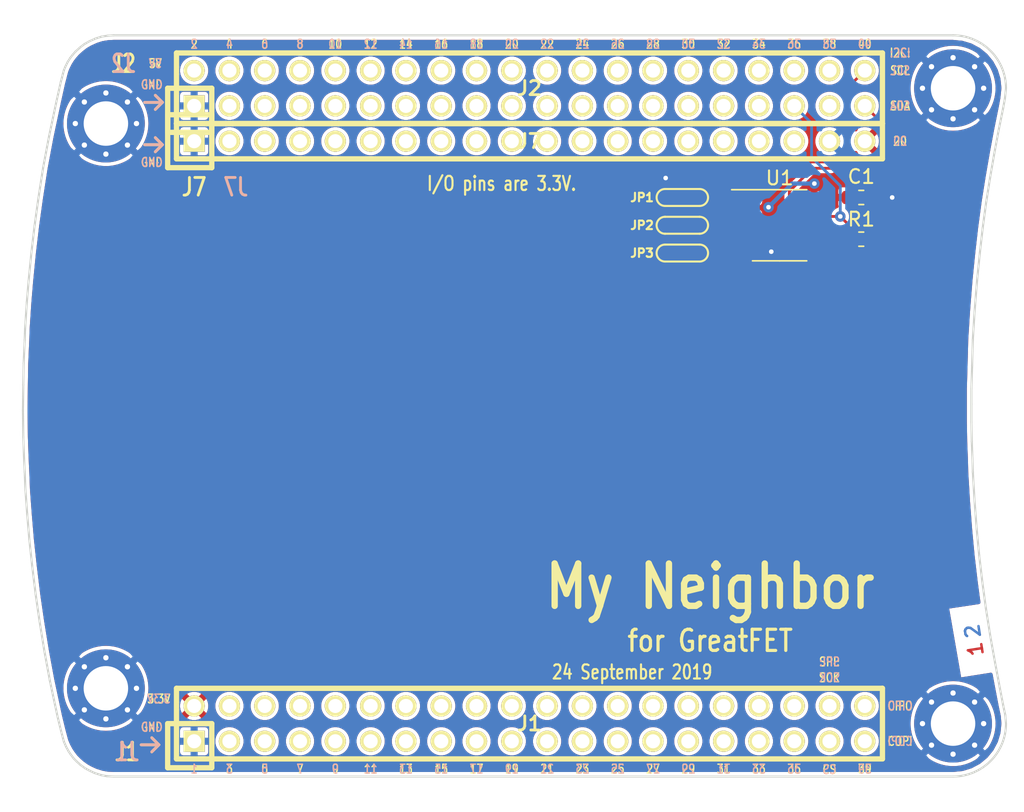
<source format=kicad_pcb>
(kicad_pcb (version 20171130) (host pcbnew 5.1.4)
  (layers (0 F.Cu signal) (31 B.Cu signal) (34 B.Paste user) (35 F.Paste user) (36 B.SilkS user) (37 F.SilkS user) (38 B.Mask user) (39 F.Mask user) (44 Edge.Cuts user))
  (net 0 "")
  (net 1 GND)
  (net 2 VCC)
  (net 3 /P4_9)
  (net 4 /P0_0)
  (net 5 /P4_10)
  (net 6 /P0_1)
  (net 7 /P1_0)
  (net 8 /P5_0)
  (net 9 /P5_1)
  (net 10 /P1_1)
  (net 11 /CLK0)
  (net 12 /P1_2)
  (net 13 /P1_5)
  (net 14 /P5_2)
  (net 15 /P1_7)
  (net 16 /P1_6)
  (net 17 /P1_9)
  (net 18 /P1_8)
  (net 19 /P5_3)
  (net 20 /P1_10)
  (net 21 /P1_12)
  (net 22 /P1_11)
  (net 23 /P5_5)
  (net 24 /P5_4)
  (net 25 /P1_14)
  (net 26 /P1_13)
  (net 27 /P5_6)
  (net 28 /P1_15)
  (net 29 /P5_7)
  (net 30 /P1_16)
  (net 31 /P1_18)
  (net 32 /P1_17)
  (net 33 /P9_5)
  (net 34 /P9_6)
  (net 35 /P2_0)
  (net 36 /P6_0)
  (net 37 /P1_20)
  (net 38 /P1_19)
  (net 39 /P1_4)
  (net 40 /P1_3)
  (net 41 /P4_8)
  (net 42 /P4_0)
  (net 43 /ADC0_0)
  (net 44 /P4_5)
  (net 45 /P4_4)
  (net 46 /P4_2)
  (net 47 /P4_3)
  (net 48 /P4_6)
  (net 49 /P4_7)
  (net 50 /CLK2)
  (net 51 /P2_8)
  (net 52 /P2_7)
  (net 53 /P2_6)
  (net 54 /P7_7)
  (net 55 /WAKEUP0)
  (net 56 /P2_5)
  (net 57 /P2_4)
  (net 58 /P2_3)
  (net 59 /PF_4)
  (net 60 /P3_2)
  (net 61 /P7_2)
  (net 62 /P3_1)
  (net 63 /P7_1)
  (net 64 /P3_0)
  (net 65 /P7_0)
  (net 66 /P3_4)
  (net 67 /P6_8)
  (net 68 /P3_7)
  (net 69 /P6_7)
  (net 70 /P3_3)
  (net 71 /P2_2)
  (net 72 /P6_6)
  (net 73 /P2_1)
  (net 74 /P6_3)
  (net 75 /P3_5)
  (net 76 /P3_6)
  (net 77 /I2C0_SDA)
  (net 78 /I2C0_SCL)
  (net 79 /P6_4)
  (net 80 /P6_5)
  (net 81 /ADC0_5)
  (net 82 /ADC0_2)
  (net 83 /P2_9)
  (net 84 /P2_12)
  (net 85 /P2_13)
  (net 86 /RTC_ALARM)
  (net 87 /RESET)
  (net 88 /VBAT)
  (net 89 /P2_11)
  (net 90 /P2_10)
  (net 91 /P6_10)
  (net 92 /P6_9)
  (net 93 /P6_2)
  (net 94 /P6_1)
  (net 95 /E0)
  (net 96 /E1)
  (net 97 /E2)
  (net 98 /RTCX1)
  (net 99 +5V)
  (module neighbor:0603-JUMPER-3-BRIDGED12 (layer F.Cu) (at 157.05 82.25)
    (fp_text reference JP2 (at -2.9 0) (layer F.SilkS) (effects (font (size 0.6096 0.6096) (thickness 0.1524))))
    (fp_text value Jumper_3_Bridged12 hide)
    (pad "" smd rect (at -0.5 0) (size 0.762 0.2032) (layers F.Cu F.Mask))
    (pad 2 smd rect (at 0 0) (size 0.762 0.8636) (layers F.Cu F.Mask) (net 96 /E1))
    (pad 3 smd oval (at 1.1271 0) (size 1.0922 0.8636) (layers F.Cu F.Mask) (net 2 VCC))
    (pad 1 smd rect (at -0.835 0) (size 0.508 0.8636) (layers F.Cu F.Mask) (net 1 GND))
    (pad 3 smd rect (at 0.835 0) (size 0.508 0.8636) (layers F.Cu F.Mask) (net 2 VCC))
    (pad 1 smd oval (at -1.1271 0) (size 1.0922 0.8636) (layers F.Cu F.Mask) (net 1 GND))
  )
  (module Capacitor_SMD:C_0603_1608Metric_Pad1.05x0.95mm_HandSolder (layer F.Cu) (at 169.925 80.25 180)
    (fp_text reference C1 (at 0 1.5) (layer F.SilkS))
    (fp_text value 100nF)
    (pad 2 smd roundrect (at 0.875 0 180) (size 1.05 0.95) (layers F.Cu F.Paste F.Mask) (net 2 VCC))
    (pad 1 smd roundrect (at -0.875 0 180) (size 1.05 0.95) (layers F.Cu F.Paste F.Mask) (net 1 GND))
  )
  (module Resistor_SMD:R_0603_1608Metric_Pad1.05x0.95mm_HandSolder (layer F.Cu) (at 169.925 83.25)
    (fp_text reference R1 (at 0 -1.43) (layer F.SilkS))
    (fp_text value 10k)
    (pad 2 smd roundrect (at 0.875 0) (size 1.05 0.95) (layers F.Cu F.Paste F.Mask) (net 2 VCC))
    (pad 1 smd roundrect (at -0.875 0) (size 1.05 0.95) (layers F.Cu F.Paste F.Mask) (net 73 /P2_1))
  )
  (module neighbor:0603-JUMPER-3-BRIDGED12 (layer F.Cu) (at 157.05 84.25)
    (fp_text reference JP3 (at -2.9 0) (layer F.SilkS) (effects (font (size 0.6096 0.6096) (thickness 0.1524))))
    (fp_text value Jumper_3_Bridged12 hide)
    (pad "" smd rect (at -0.5 0) (size 0.762 0.2032) (layers F.Cu F.Mask))
    (pad 2 smd rect (at 0 0) (size 0.762 0.8636) (layers F.Cu F.Mask) (net 97 /E2))
    (pad 3 smd oval (at 1.1271 0) (size 1.0922 0.8636) (layers F.Cu F.Mask) (net 2 VCC))
    (pad 1 smd rect (at -0.835 0) (size 0.508 0.8636) (layers F.Cu F.Mask) (net 1 GND))
    (pad 3 smd rect (at 0.835 0) (size 0.508 0.8636) (layers F.Cu F.Mask) (net 2 VCC))
    (pad 1 smd oval (at -1.1271 0) (size 1.0922 0.8636) (layers F.Cu F.Mask) (net 1 GND))
  )
  (module neighbor:0603-JUMPER-3-BRIDGED12 (layer F.Cu) (at 157.05 80.25)
    (fp_text reference JP1 (at -2.9 0) (layer F.SilkS) (effects (font (size 0.6096 0.6096) (thickness 0.1524))))
    (fp_text value Jumper_3_Bridged12 hide)
    (pad "" smd rect (at -0.5 0) (size 0.762 0.2032) (layers F.Cu F.Mask))
    (pad 2 smd rect (at 0 0) (size 0.762 0.8636) (layers F.Cu F.Mask) (net 95 /E0))
    (pad 3 smd oval (at 1.1271 0) (size 1.0922 0.8636) (layers F.Cu F.Mask) (net 2 VCC))
    (pad 1 smd rect (at -0.835 0) (size 0.508 0.8636) (layers F.Cu F.Mask) (net 1 GND))
    (pad 3 smd rect (at 0.835 0) (size 0.508 0.8636) (layers F.Cu F.Mask) (net 2 VCC))
    (pad 1 smd oval (at -1.1271 0) (size 1.0922 0.8636) (layers F.Cu F.Mask) (net 1 GND))
  )
  (module Package_SO:SOIC-8_3.9x4.9mm_P1.27mm (layer F.Cu) (at 164.05 82.25)
    (fp_text reference U1 (at 0 -3.4) (layer F.SilkS))
    (fp_text value M24C02-FMN6TP)
    (pad 8 smd roundrect (at 2.475 -1.905) (size 1.95 0.6) (layers F.Cu F.Paste F.Mask) (net 2 VCC))
    (pad 7 smd roundrect (at 2.475 -0.635) (size 1.95 0.6) (layers F.Cu F.Paste F.Mask) (net 73 /P2_1))
    (pad 6 smd roundrect (at 2.475 0.635) (size 1.95 0.6) (layers F.Cu F.Paste F.Mask) (net 78 /I2C0_SCL))
    (pad 5 smd roundrect (at 2.475 1.905) (size 1.95 0.6) (layers F.Cu F.Paste F.Mask) (net 77 /I2C0_SDA))
    (pad 4 smd roundrect (at -2.475 1.905) (size 1.95 0.6) (layers F.Cu F.Paste F.Mask) (net 1 GND))
    (pad 3 smd roundrect (at -2.475 0.635) (size 1.95 0.6) (layers F.Cu F.Paste F.Mask) (net 97 /E2))
    (pad 2 smd roundrect (at -2.475 -0.635) (size 1.95 0.6) (layers F.Cu F.Paste F.Mask) (net 96 /E1))
    (pad 1 smd roundrect (at -2.475 -1.905) (size 1.95 0.6) (layers F.Cu F.Paste F.Mask) (net 95 /E0))
  )
  (module neighbor:HEADER-1x20 (layer F.Cu) (at 146.05 76.2)
    (fp_text reference J7 (at 0 0) (layer F.SilkS) (effects (font (size 1.016 1.016) (thickness 0.2032))))
    (fp_text value BONUS_ROW hide)
    (pad 1 thru_hole rect (at -24.13 0) (size 1.524 1.524) (drill 1.016) (layers *.Cu *.Mask F.SilkS) (net 1 GND))
    (pad 2 thru_hole circle (at -21.59 0) (size 1.524 1.524) (drill 1.016) (layers *.Cu *.Mask F.SilkS) (net 79 /P6_4))
    (pad 3 thru_hole circle (at -19.05 0) (size 1.524 1.524) (drill 1.016) (layers *.Cu *.Mask F.SilkS) (net 80 /P6_5))
    (pad 4 thru_hole circle (at -16.51 0) (size 1.524 1.524) (drill 1.016) (layers *.Cu *.Mask F.SilkS) (net 81 /ADC0_5))
    (pad 5 thru_hole circle (at -13.97 0) (size 1.524 1.524) (drill 1.016) (layers *.Cu *.Mask F.SilkS) (net 82 /ADC0_2))
    (pad 6 thru_hole circle (at -11.43 0) (size 1.524 1.524) (drill 1.016) (layers *.Cu *.Mask F.SilkS) (net 83 /P2_9))
    (pad 7 thru_hole circle (at -8.89 0) (size 1.524 1.524) (drill 1.016) (layers *.Cu *.Mask F.SilkS) (net 84 /P2_12))
    (pad 8 thru_hole circle (at -6.35 0) (size 1.524 1.524) (drill 1.016) (layers *.Cu *.Mask F.SilkS) (net 85 /P2_13))
    (pad 9 thru_hole circle (at -3.81 0) (size 1.524 1.524) (drill 1.016) (layers *.Cu *.Mask F.SilkS) (net 86 /RTC_ALARM))
    (pad 10 thru_hole circle (at -1.27 0) (size 1.524 1.524) (drill 1.016) (layers *.Cu *.Mask F.SilkS) (net 98 /RTCX1))
    (pad 11 thru_hole circle (at 1.27 0) (size 1.524 1.524) (drill 1.016) (layers *.Cu *.Mask F.SilkS) (net 87 /RESET))
    (pad 12 thru_hole circle (at 3.81 0) (size 1.524 1.524) (drill 1.016) (layers *.Cu *.Mask F.SilkS) (net 88 /VBAT))
    (pad 13 thru_hole circle (at 6.35 0) (size 1.524 1.524) (drill 1.016) (layers *.Cu *.Mask F.SilkS) (net 89 /P2_11))
    (pad 14 thru_hole circle (at 8.89 0) (size 1.524 1.524) (drill 1.016) (layers *.Cu *.Mask F.SilkS) (net 90 /P2_10))
    (pad 15 thru_hole circle (at 11.43 0) (size 1.524 1.524) (drill 1.016) (layers *.Cu *.Mask F.SilkS) (net 91 /P6_10))
    (pad 16 thru_hole circle (at 13.97 0) (size 1.524 1.524) (drill 1.016) (layers *.Cu *.Mask F.SilkS) (net 92 /P6_9))
    (pad 17 thru_hole circle (at 16.51 0) (size 1.524 1.524) (drill 1.016) (layers *.Cu *.Mask F.SilkS) (net 93 /P6_2))
    (pad 18 thru_hole circle (at 19.05 0) (size 1.524 1.524) (drill 1.016) (layers *.Cu *.Mask F.SilkS) (net 94 /P6_1))
    (pad 19 thru_hole circle (at 21.59 0) (size 1.524 1.524) (drill 1.016) (layers *.Cu *.Mask F.SilkS) (net 1 GND))
    (pad 20 thru_hole circle (at 24.13 0) (size 1.524 1.524) (drill 1.016) (layers *.Cu *.Mask F.SilkS) (net 2 VCC))
  )
  (module neighbor:HEADER-2x20 (layer F.Cu) (at 146.05 118.11)
    (fp_text reference J1 (at 0 0) (layer F.SilkS) (effects (font (size 1.016 1.016) (thickness 0.2032))))
    (fp_text value NEIGHBOR1 hide)
    (pad 1 thru_hole rect (at -24.13 1.27) (size 1.524 1.524) (drill 1.016) (layers *.Cu *.Mask F.SilkS) (net 1 GND))
    (pad 2 thru_hole circle (at -24.13 -1.27) (size 1.524 1.524) (drill 1.016) (layers *.Cu *.Mask F.SilkS) (net 2 VCC))
    (pad 3 thru_hole circle (at -21.59 1.27) (size 1.524 1.524) (drill 1.016) (layers *.Cu *.Mask F.SilkS) (net 3 /P4_9))
    (pad 4 thru_hole circle (at -21.59 -1.27) (size 1.524 1.524) (drill 1.016) (layers *.Cu *.Mask F.SilkS) (net 4 /P0_0))
    (pad 5 thru_hole circle (at -19.05 1.27) (size 1.524 1.524) (drill 1.016) (layers *.Cu *.Mask F.SilkS) (net 5 /P4_10))
    (pad 6 thru_hole circle (at -19.05 -1.27) (size 1.524 1.524) (drill 1.016) (layers *.Cu *.Mask F.SilkS) (net 6 /P0_1))
    (pad 7 thru_hole circle (at -16.51 1.27) (size 1.524 1.524) (drill 1.016) (layers *.Cu *.Mask F.SilkS) (net 7 /P1_0))
    (pad 8 thru_hole circle (at -16.51 -1.27) (size 1.524 1.524) (drill 1.016) (layers *.Cu *.Mask F.SilkS) (net 8 /P5_0))
    (pad 9 thru_hole circle (at -13.97 1.27) (size 1.524 1.524) (drill 1.016) (layers *.Cu *.Mask F.SilkS) (net 9 /P5_1))
    (pad 10 thru_hole circle (at -13.97 -1.27) (size 1.524 1.524) (drill 1.016) (layers *.Cu *.Mask F.SilkS) (net 10 /P1_1))
    (pad 11 thru_hole circle (at -11.43 1.27) (size 1.524 1.524) (drill 1.016) (layers *.Cu *.Mask F.SilkS) (net 11 /CLK0))
    (pad 12 thru_hole circle (at -11.43 -1.27) (size 1.524 1.524) (drill 1.016) (layers *.Cu *.Mask F.SilkS) (net 12 /P1_2))
    (pad 13 thru_hole circle (at -8.89 1.27) (size 1.524 1.524) (drill 1.016) (layers *.Cu *.Mask F.SilkS) (net 13 /P1_5))
    (pad 14 thru_hole circle (at -8.89 -1.27) (size 1.524 1.524) (drill 1.016) (layers *.Cu *.Mask F.SilkS) (net 14 /P5_2))
    (pad 15 thru_hole circle (at -6.35 1.27) (size 1.524 1.524) (drill 1.016) (layers *.Cu *.Mask F.SilkS) (net 15 /P1_7))
    (pad 16 thru_hole circle (at -6.35 -1.27) (size 1.524 1.524) (drill 1.016) (layers *.Cu *.Mask F.SilkS) (net 16 /P1_6))
    (pad 17 thru_hole circle (at -3.81 1.27) (size 1.524 1.524) (drill 1.016) (layers *.Cu *.Mask F.SilkS) (net 17 /P1_9))
    (pad 18 thru_hole circle (at -3.81 -1.27) (size 1.524 1.524) (drill 1.016) (layers *.Cu *.Mask F.SilkS) (net 18 /P1_8))
    (pad 19 thru_hole circle (at -1.27 1.27) (size 1.524 1.524) (drill 1.016) (layers *.Cu *.Mask F.SilkS) (net 19 /P5_3))
    (pad 20 thru_hole circle (at -1.27 -1.27) (size 1.524 1.524) (drill 1.016) (layers *.Cu *.Mask F.SilkS) (net 20 /P1_10))
    (pad 21 thru_hole circle (at 1.27 1.27) (size 1.524 1.524) (drill 1.016) (layers *.Cu *.Mask F.SilkS) (net 21 /P1_12))
    (pad 22 thru_hole circle (at 1.27 -1.27) (size 1.524 1.524) (drill 1.016) (layers *.Cu *.Mask F.SilkS) (net 22 /P1_11))
    (pad 23 thru_hole circle (at 3.81 1.27) (size 1.524 1.524) (drill 1.016) (layers *.Cu *.Mask F.SilkS) (net 23 /P5_5))
    (pad 24 thru_hole circle (at 3.81 -1.27) (size 1.524 1.524) (drill 1.016) (layers *.Cu *.Mask F.SilkS) (net 24 /P5_4))
    (pad 25 thru_hole circle (at 6.35 1.27) (size 1.524 1.524) (drill 1.016) (layers *.Cu *.Mask F.SilkS) (net 25 /P1_14))
    (pad 26 thru_hole circle (at 6.35 -1.27) (size 1.524 1.524) (drill 1.016) (layers *.Cu *.Mask F.SilkS) (net 26 /P1_13))
    (pad 27 thru_hole circle (at 8.89 1.27) (size 1.524 1.524) (drill 1.016) (layers *.Cu *.Mask F.SilkS) (net 27 /P5_6))
    (pad 28 thru_hole circle (at 8.89 -1.27) (size 1.524 1.524) (drill 1.016) (layers *.Cu *.Mask F.SilkS) (net 28 /P1_15))
    (pad 29 thru_hole circle (at 11.43 1.27) (size 1.524 1.524) (drill 1.016) (layers *.Cu *.Mask F.SilkS) (net 29 /P5_7))
    (pad 30 thru_hole circle (at 11.43 -1.27) (size 1.524 1.524) (drill 1.016) (layers *.Cu *.Mask F.SilkS) (net 30 /P1_16))
    (pad 31 thru_hole circle (at 13.97 1.27) (size 1.524 1.524) (drill 1.016) (layers *.Cu *.Mask F.SilkS) (net 31 /P1_18))
    (pad 32 thru_hole circle (at 13.97 -1.27) (size 1.524 1.524) (drill 1.016) (layers *.Cu *.Mask F.SilkS) (net 32 /P1_17))
    (pad 33 thru_hole circle (at 16.51 1.27) (size 1.524 1.524) (drill 1.016) (layers *.Cu *.Mask F.SilkS) (net 33 /P9_5))
    (pad 34 thru_hole circle (at 16.51 -1.27) (size 1.524 1.524) (drill 1.016) (layers *.Cu *.Mask F.SilkS) (net 34 /P9_6))
    (pad 35 thru_hole circle (at 19.05 1.27) (size 1.524 1.524) (drill 1.016) (layers *.Cu *.Mask F.SilkS) (net 35 /P2_0))
    (pad 36 thru_hole circle (at 19.05 -1.27) (size 1.524 1.524) (drill 1.016) (layers *.Cu *.Mask F.SilkS) (net 36 /P6_0))
    (pad 37 thru_hole circle (at 21.59 1.27) (size 1.524 1.524) (drill 1.016) (layers *.Cu *.Mask F.SilkS) (net 37 /P1_20))
    (pad 38 thru_hole circle (at 21.59 -1.27) (size 1.524 1.524) (drill 1.016) (layers *.Cu *.Mask F.SilkS) (net 38 /P1_19))
    (pad 39 thru_hole circle (at 24.13 1.27) (size 1.524 1.524) (drill 1.016) (layers *.Cu *.Mask F.SilkS) (net 39 /P1_4))
    (pad 40 thru_hole circle (at 24.13 -1.27) (size 1.524 1.524) (drill 1.016) (layers *.Cu *.Mask F.SilkS) (net 40 /P1_3))
  )
  (module neighbor:HEADER-2x20 (layer F.Cu) (at 146.05 72.39)
    (fp_text reference J2 (at 0 0) (layer F.SilkS) (effects (font (size 1.016 1.016) (thickness 0.2032))))
    (fp_text value NEIGHBOR2 hide)
    (pad 1 thru_hole rect (at -24.13 1.27) (size 1.524 1.524) (drill 1.016) (layers *.Cu *.Mask F.SilkS) (net 1 GND))
    (pad 2 thru_hole circle (at -24.13 -1.27) (size 1.524 1.524) (drill 1.016) (layers *.Cu *.Mask F.SilkS) (net 99 +5V))
    (pad 3 thru_hole circle (at -21.59 1.27) (size 1.524 1.524) (drill 1.016) (layers *.Cu *.Mask F.SilkS) (net 41 /P4_8))
    (pad 4 thru_hole circle (at -21.59 -1.27) (size 1.524 1.524) (drill 1.016) (layers *.Cu *.Mask F.SilkS) (net 42 /P4_0))
    (pad 5 thru_hole circle (at -19.05 1.27) (size 1.524 1.524) (drill 1.016) (layers *.Cu *.Mask F.SilkS) (net 43 /ADC0_0))
    (pad 6 thru_hole circle (at -19.05 -1.27) (size 1.524 1.524) (drill 1.016) (layers *.Cu *.Mask F.SilkS) (net 44 /P4_5))
    (pad 7 thru_hole circle (at -16.51 1.27) (size 1.524 1.524) (drill 1.016) (layers *.Cu *.Mask F.SilkS) (net 45 /P4_4))
    (pad 8 thru_hole circle (at -16.51 -1.27) (size 1.524 1.524) (drill 1.016) (layers *.Cu *.Mask F.SilkS) (net 46 /P4_2))
    (pad 9 thru_hole circle (at -13.97 1.27) (size 1.524 1.524) (drill 1.016) (layers *.Cu *.Mask F.SilkS) (net 47 /P4_3))
    (pad 10 thru_hole circle (at -13.97 -1.27) (size 1.524 1.524) (drill 1.016) (layers *.Cu *.Mask F.SilkS) (net 48 /P4_6))
    (pad 11 thru_hole circle (at -11.43 1.27) (size 1.524 1.524) (drill 1.016) (layers *.Cu *.Mask F.SilkS) (net 49 /P4_7))
    (pad 12 thru_hole circle (at -11.43 -1.27) (size 1.524 1.524) (drill 1.016) (layers *.Cu *.Mask F.SilkS) (net 50 /CLK2))
    (pad 13 thru_hole circle (at -8.89 1.27) (size 1.524 1.524) (drill 1.016) (layers *.Cu *.Mask F.SilkS) (net 51 /P2_8))
    (pad 14 thru_hole circle (at -8.89 -1.27) (size 1.524 1.524) (drill 1.016) (layers *.Cu *.Mask F.SilkS) (net 52 /P2_7))
    (pad 15 thru_hole circle (at -6.35 1.27) (size 1.524 1.524) (drill 1.016) (layers *.Cu *.Mask F.SilkS) (net 53 /P2_6))
    (pad 16 thru_hole circle (at -6.35 -1.27) (size 1.524 1.524) (drill 1.016) (layers *.Cu *.Mask F.SilkS) (net 54 /P7_7))
    (pad 17 thru_hole circle (at -3.81 1.27) (size 1.524 1.524) (drill 1.016) (layers *.Cu *.Mask F.SilkS) (net 55 /WAKEUP0))
    (pad 18 thru_hole circle (at -3.81 -1.27) (size 1.524 1.524) (drill 1.016) (layers *.Cu *.Mask F.SilkS) (net 56 /P2_5))
    (pad 19 thru_hole circle (at -1.27 1.27) (size 1.524 1.524) (drill 1.016) (layers *.Cu *.Mask F.SilkS) (net 57 /P2_4))
    (pad 20 thru_hole circle (at -1.27 -1.27) (size 1.524 1.524) (drill 1.016) (layers *.Cu *.Mask F.SilkS) (net 58 /P2_3))
    (pad 21 thru_hole circle (at 1.27 1.27) (size 1.524 1.524) (drill 1.016) (layers *.Cu *.Mask F.SilkS) (net 59 /PF_4))
    (pad 22 thru_hole circle (at 1.27 -1.27) (size 1.524 1.524) (drill 1.016) (layers *.Cu *.Mask F.SilkS) (net 60 /P3_2))
    (pad 23 thru_hole circle (at 3.81 1.27) (size 1.524 1.524) (drill 1.016) (layers *.Cu *.Mask F.SilkS) (net 61 /P7_2))
    (pad 24 thru_hole circle (at 3.81 -1.27) (size 1.524 1.524) (drill 1.016) (layers *.Cu *.Mask F.SilkS) (net 62 /P3_1))
    (pad 25 thru_hole circle (at 6.35 1.27) (size 1.524 1.524) (drill 1.016) (layers *.Cu *.Mask F.SilkS) (net 63 /P7_1))
    (pad 26 thru_hole circle (at 6.35 -1.27) (size 1.524 1.524) (drill 1.016) (layers *.Cu *.Mask F.SilkS) (net 64 /P3_0))
    (pad 27 thru_hole circle (at 8.89 1.27) (size 1.524 1.524) (drill 1.016) (layers *.Cu *.Mask F.SilkS) (net 65 /P7_0))
    (pad 28 thru_hole circle (at 8.89 -1.27) (size 1.524 1.524) (drill 1.016) (layers *.Cu *.Mask F.SilkS) (net 66 /P3_4))
    (pad 29 thru_hole circle (at 11.43 1.27) (size 1.524 1.524) (drill 1.016) (layers *.Cu *.Mask F.SilkS) (net 67 /P6_8))
    (pad 30 thru_hole circle (at 11.43 -1.27) (size 1.524 1.524) (drill 1.016) (layers *.Cu *.Mask F.SilkS) (net 68 /P3_7))
    (pad 31 thru_hole circle (at 13.97 1.27) (size 1.524 1.524) (drill 1.016) (layers *.Cu *.Mask F.SilkS) (net 69 /P6_7))
    (pad 32 thru_hole circle (at 13.97 -1.27) (size 1.524 1.524) (drill 1.016) (layers *.Cu *.Mask F.SilkS) (net 70 /P3_3))
    (pad 33 thru_hole circle (at 16.51 1.27) (size 1.524 1.524) (drill 1.016) (layers *.Cu *.Mask F.SilkS) (net 71 /P2_2))
    (pad 34 thru_hole circle (at 16.51 -1.27) (size 1.524 1.524) (drill 1.016) (layers *.Cu *.Mask F.SilkS) (net 72 /P6_6))
    (pad 35 thru_hole circle (at 19.05 1.27) (size 1.524 1.524) (drill 1.016) (layers *.Cu *.Mask F.SilkS) (net 73 /P2_1))
    (pad 36 thru_hole circle (at 19.05 -1.27) (size 1.524 1.524) (drill 1.016) (layers *.Cu *.Mask F.SilkS) (net 74 /P6_3))
    (pad 37 thru_hole circle (at 21.59 1.27) (size 1.524 1.524) (drill 1.016) (layers *.Cu *.Mask F.SilkS) (net 75 /P3_5))
    (pad 38 thru_hole circle (at 21.59 -1.27) (size 1.524 1.524) (drill 1.016) (layers *.Cu *.Mask F.SilkS) (net 76 /P3_6))
    (pad 39 thru_hole circle (at 24.13 1.27) (size 1.524 1.524) (drill 1.016) (layers *.Cu *.Mask F.SilkS) (net 77 /I2C0_SDA))
    (pad 40 thru_hole circle (at 24.13 -1.27) (size 1.524 1.524) (drill 1.016) (layers *.Cu *.Mask F.SilkS) (net 78 /I2C0_SCL))
  )
  (module neighbor:HOLE126MIL-COPPER (layer F.Cu) (at 115.57 74.93)
    (fp_text reference MH1 hide)
    (fp_text value MOUNTING_HOLE hide)
    (pad 1 thru_hole circle (at 0 0) (size 5.6 5.6) (drill 3.2004) (layers *.Cu *.Mask) (net 1 GND))
    (pad 1 thru_hole circle (at 0 -2.2) (size 0.6 0.6) (drill 0.381) (layers *.Cu *.Mask) (net 1 GND))
    (pad 1 thru_hole circle (at -2.2 0) (size 0.6 0.6) (drill 0.381) (layers *.Cu *.Mask) (net 1 GND))
    (pad 1 thru_hole circle (at 0 2.2) (size 0.6 0.6) (drill 0.381) (layers *.Cu *.Mask) (net 1 GND))
    (pad 1 thru_hole circle (at 2.2 0) (size 0.6 0.6) (drill 0.381) (layers *.Cu *.Mask) (net 1 GND))
    (pad 1 thru_hole circle (at 1.55 -1.55) (size 0.6 0.6) (drill 0.381) (layers *.Cu *.Mask) (net 1 GND))
    (pad 1 thru_hole circle (at -1.55 -1.55) (size 0.6 0.6) (drill 0.381) (layers *.Cu *.Mask) (net 1 GND))
    (pad 1 thru_hole circle (at -1.55 1.55) (size 0.6 0.6) (drill 0.381) (layers *.Cu *.Mask) (net 1 GND))
    (pad 1 thru_hole circle (at 1.55 1.55) (size 0.6 0.6) (drill 0.381) (layers *.Cu *.Mask) (net 1 GND))
  )
  (module neighbor:HOLE126MIL-COPPER (layer F.Cu) (at 115.57 115.57)
    (fp_text reference MH2 hide)
    (fp_text value MOUNTING_HOLE hide)
    (pad 1 thru_hole circle (at 0 0) (size 5.6 5.6) (drill 3.2004) (layers *.Cu *.Mask) (net 1 GND))
    (pad 1 thru_hole circle (at 0 -2.2) (size 0.6 0.6) (drill 0.381) (layers *.Cu *.Mask) (net 1 GND))
    (pad 1 thru_hole circle (at -2.2 0) (size 0.6 0.6) (drill 0.381) (layers *.Cu *.Mask) (net 1 GND))
    (pad 1 thru_hole circle (at 0 2.2) (size 0.6 0.6) (drill 0.381) (layers *.Cu *.Mask) (net 1 GND))
    (pad 1 thru_hole circle (at 2.2 0) (size 0.6 0.6) (drill 0.381) (layers *.Cu *.Mask) (net 1 GND))
    (pad 1 thru_hole circle (at 1.55 -1.55) (size 0.6 0.6) (drill 0.381) (layers *.Cu *.Mask) (net 1 GND))
    (pad 1 thru_hole circle (at -1.55 -1.55) (size 0.6 0.6) (drill 0.381) (layers *.Cu *.Mask) (net 1 GND))
    (pad 1 thru_hole circle (at -1.55 1.55) (size 0.6 0.6) (drill 0.381) (layers *.Cu *.Mask) (net 1 GND))
    (pad 1 thru_hole circle (at 1.55 1.55) (size 0.6 0.6) (drill 0.381) (layers *.Cu *.Mask) (net 1 GND))
  )
  (module neighbor:HOLE126MIL-COPPER (layer F.Cu) (at 176.53 118.11)
    (fp_text reference MH3 hide)
    (fp_text value MOUNTING_HOLE hide)
    (pad 1 thru_hole circle (at 0 0) (size 5.6 5.6) (drill 3.2004) (layers *.Cu *.Mask) (net 1 GND))
    (pad 1 thru_hole circle (at 0 -2.2) (size 0.6 0.6) (drill 0.381) (layers *.Cu *.Mask) (net 1 GND))
    (pad 1 thru_hole circle (at -2.2 0) (size 0.6 0.6) (drill 0.381) (layers *.Cu *.Mask) (net 1 GND))
    (pad 1 thru_hole circle (at 0 2.2) (size 0.6 0.6) (drill 0.381) (layers *.Cu *.Mask) (net 1 GND))
    (pad 1 thru_hole circle (at 2.2 0) (size 0.6 0.6) (drill 0.381) (layers *.Cu *.Mask) (net 1 GND))
    (pad 1 thru_hole circle (at 1.55 -1.55) (size 0.6 0.6) (drill 0.381) (layers *.Cu *.Mask) (net 1 GND))
    (pad 1 thru_hole circle (at -1.55 -1.55) (size 0.6 0.6) (drill 0.381) (layers *.Cu *.Mask) (net 1 GND))
    (pad 1 thru_hole circle (at -1.55 1.55) (size 0.6 0.6) (drill 0.381) (layers *.Cu *.Mask) (net 1 GND))
    (pad 1 thru_hole circle (at 1.55 1.55) (size 0.6 0.6) (drill 0.381) (layers *.Cu *.Mask) (net 1 GND))
  )
  (module neighbor:HOLE126MIL-COPPER (layer F.Cu) (at 176.53 72.39)
    (fp_text reference MH4 hide)
    (fp_text value MOUNTING_HOLE hide)
    (pad 1 thru_hole circle (at 0 0) (size 5.6 5.6) (drill 3.2004) (layers *.Cu *.Mask) (net 1 GND))
    (pad 1 thru_hole circle (at 0 -2.2) (size 0.6 0.6) (drill 0.381) (layers *.Cu *.Mask) (net 1 GND))
    (pad 1 thru_hole circle (at -2.2 0) (size 0.6 0.6) (drill 0.381) (layers *.Cu *.Mask) (net 1 GND))
    (pad 1 thru_hole circle (at 0 2.2) (size 0.6 0.6) (drill 0.381) (layers *.Cu *.Mask) (net 1 GND))
    (pad 1 thru_hole circle (at 2.2 0) (size 0.6 0.6) (drill 0.381) (layers *.Cu *.Mask) (net 1 GND))
    (pad 1 thru_hole circle (at 1.55 -1.55) (size 0.6 0.6) (drill 0.381) (layers *.Cu *.Mask) (net 1 GND))
    (pad 1 thru_hole circle (at -1.55 -1.55) (size 0.6 0.6) (drill 0.381) (layers *.Cu *.Mask) (net 1 GND))
    (pad 1 thru_hole circle (at -1.55 1.55) (size 0.6 0.6) (drill 0.381) (layers *.Cu *.Mask) (net 1 GND))
    (pad 1 thru_hole circle (at 1.55 1.55) (size 0.6 0.6) (drill 0.381) (layers *.Cu *.Mask) (net 1 GND))
  )
  (gr_text "for GreatFET" (at 159.05 112.15) (layer F.SilkS) (effects (font (size 1.524 1.27) (thickness 0.2286))))
  (gr_line (start 109.6772 98.933) (end 109.728 99.9998) (angle 90) (layer Edge.Cuts) (width 0.15))
  (gr_line (start 109.6264 97.4852) (end 109.6772 98.933) (angle 90) (layer Edge.Cuts) (width 0.15))
  (gr_line (start 109.601 95.5802) (end 109.6264 97.4852) (angle 90) (layer Edge.Cuts) (width 0.15))
  (gr_line (start 109.6264 93.726) (end 109.601 95.5802) (angle 90) (layer Edge.Cuts) (width 0.15))
  (gr_line (start 109.6518 92.1766) (end 109.6264 93.726) (angle 90) (layer Edge.Cuts) (width 0.15))
  (gr_line (start 109.728 90.5002) (end 109.6518 92.1766) (angle 90) (layer Edge.Cuts) (width 0.15))
  (gr_line (start 177.927 99.0346) (end 177.9524 99.9998) (angle 90) (layer Edge.Cuts) (width 0.15))
  (gr_line (start 177.8762 97.79) (end 177.927 99.0346) (angle 90) (layer Edge.Cuts) (width 0.15))
  (gr_line (start 177.8508 96.393) (end 177.8762 97.79) (angle 90) (layer Edge.Cuts) (width 0.15))
  (gr_line (start 177.8508 95.123) (end 177.8508 96.393) (angle 90) (layer Edge.Cuts) (width 0.15))
  (gr_line (start 177.8508 94.0054) (end 177.8508 95.123) (angle 90) (layer Edge.Cuts) (width 0.15))
  (gr_line (start 177.9016 92.3544) (end 177.8508 94.0054) (angle 90) (layer Edge.Cuts) (width 0.15))
  (gr_line (start 177.9524 90.5002) (end 177.9016 92.3544) (angle 90) (layer Edge.Cuts) (width 0.15))
  (gr_text "24 September 2019" (at 153.4414 114.4016) (layer F.SilkS) (effects (font (size 1.016 0.762) (thickness 0.1524))))
  (gr_text 2 (at 177.95 111.45 98.9) (layer B.Cu) (effects (font (size 1.016 1.016) (thickness 0.1778))))
  (gr_text 1 (at 178.15 112.75 98.9) (layer F.Cu) (effects (font (size 1.016 1.016) (thickness 0.1778))))
  (gr_text 5V (at 119.126 70.612) (layer B.SilkS) (effects (font (size 0.635 0.508) (thickness 0.1016)) (justify mirror)))
  (gr_text GND (at 118.872 72.136) (layer B.SilkS) (effects (font (size 0.635 0.508) (thickness 0.1016)) (justify mirror)))
  (gr_line (start 118.364 73.406) (end 119.634 73.406) (angle 90) (layer B.SilkS) (width 0.2032))
  (gr_line (start 119.634 73.406) (end 119.126 72.898) (angle 90) (layer B.SilkS) (width 0.2032))
  (gr_line (start 119.634 73.406) (end 119.126 73.914) (angle 90) (layer B.SilkS) (width 0.2032))
  (gr_line (start 119.634 76.454) (end 118.364 76.454) (angle 90) (layer B.SilkS) (width 0.2032))
  (gr_line (start 119.634 76.454) (end 119.126 75.946) (angle 90) (layer B.SilkS) (width 0.2032))
  (gr_line (start 119.634 76.454) (end 119.126 76.962) (angle 90) (layer B.SilkS) (width 0.2032))
  (gr_text GND (at 118.872 77.724) (layer B.SilkS) (effects (font (size 0.635 0.508) (thickness 0.1016)) (justify mirror)))
  (gr_text SDA (at 172.72 73.66) (layer B.SilkS) (effects (font (size 0.635 0.508) (thickness 0.1016)) (justify mirror)))
  (gr_text SCL (at 172.72 71.12) (layer B.SilkS) (effects (font (size 0.635 0.508) (thickness 0.1016)) (justify mirror)))
  (gr_text I2C: (at 172.72 69.85) (layer B.SilkS) (effects (font (size 0.635 0.508) (thickness 0.1016)) (justify mirror)))
  (gr_text 20 (at 172.72 76.2) (layer B.SilkS) (effects (font (size 0.635 0.508) (thickness 0.1016)) (justify mirror)))
  (gr_text COPI (at 172.72 119.38) (layer B.SilkS) (effects (font (size 0.635 0.508) (thickness 0.1016)) (justify mirror)))
  (gr_text CIPO (at 172.72 116.84) (layer B.SilkS) (effects (font (size 0.635 0.508) (thickness 0.1016)) (justify mirror)))
  (gr_text SCK (at 167.64 114.808) (layer B.SilkS) (effects (font (size 0.635 0.508) (thickness 0.1016)) (justify mirror)))
  (gr_text SPI: (at 167.64 113.665) (layer B.SilkS) (effects (font (size 0.635 0.508) (thickness 0.1016)) (justify mirror)))
  (gr_text GND (at 118.872 118.364) (layer B.SilkS) (effects (font (size 0.635 0.508) (thickness 0.1016)) (justify mirror)))
  (gr_text 3.3V (at 119.38 116.332) (layer B.SilkS) (effects (font (size 0.635 0.508) (thickness 0.1016)) (justify mirror)))
  (gr_line (start 119.38 119.634) (end 118.11 119.634) (angle 90) (layer B.SilkS) (width 0.2032))
  (gr_line (start 119.38 119.634) (end 118.872 119.126) (angle 90) (layer B.SilkS) (width 0.2032))
  (gr_line (start 119.38 119.634) (end 118.872 120.142) (angle 90) (layer B.SilkS) (width 0.2032))
  (gr_text 1 (at 121.92 121.3739) (layer B.SilkS) (effects (font (size 0.635 0.508) (thickness 0.1016)) (justify mirror)))
  (gr_text J1 (at 117.094 120.142) (layer B.SilkS) (effects (font (size 1.27 1.016) (thickness 0.2032)) (justify mirror)))
  (gr_text J1 (at 117.094 120.142) (layer F.SilkS) (effects (font (size 1.27 1.016) (thickness 0.2032))))
  (gr_text J7 (at 124.92 79.502) (layer B.SilkS) (effects (font (size 1.27 1.016) (thickness 0.2032)) (justify mirror)))
  (gr_text J2 (at 116.84 70.612) (layer B.SilkS) (effects (font (size 1.27 1.016) (thickness 0.2032)) (justify mirror)))
  (gr_text 2 (at 121.92 69.215) (layer B.SilkS) (effects (font (size 0.635 0.508) (thickness 0.1016)) (justify mirror)))
  (gr_text 4 (at 124.46 69.215) (layer B.SilkS) (effects (font (size 0.635 0.508) (thickness 0.1016)) (justify mirror)))
  (gr_text 6 (at 127 69.215) (layer B.SilkS) (effects (font (size 0.635 0.508) (thickness 0.1016)) (justify mirror)))
  (gr_text 8 (at 129.54 69.215) (layer B.SilkS) (effects (font (size 0.635 0.508) (thickness 0.1016)) (justify mirror)))
  (gr_text 10 (at 132.08 69.215) (layer B.SilkS) (effects (font (size 0.635 0.508) (thickness 0.1016)) (justify mirror)))
  (gr_text 12 (at 134.62 69.215) (layer B.SilkS) (effects (font (size 0.635 0.508) (thickness 0.1016)) (justify mirror)))
  (gr_text 14 (at 137.16 69.215) (layer B.SilkS) (effects (font (size 0.635 0.508) (thickness 0.1016)) (justify mirror)))
  (gr_text 16 (at 139.7 69.215) (layer B.SilkS) (effects (font (size 0.635 0.508) (thickness 0.1016)) (justify mirror)))
  (gr_text 18 (at 142.24 69.215) (layer B.SilkS) (effects (font (size 0.635 0.508) (thickness 0.1016)) (justify mirror)))
  (gr_text 20 (at 144.78 69.215) (layer B.SilkS) (effects (font (size 0.635 0.508) (thickness 0.1016)) (justify mirror)))
  (gr_text 22 (at 147.32 69.215) (layer B.SilkS) (effects (font (size 0.635 0.508) (thickness 0.1016)) (justify mirror)))
  (gr_text 24 (at 149.86 69.215) (layer B.SilkS) (effects (font (size 0.635 0.508) (thickness 0.1016)) (justify mirror)))
  (gr_text 26 (at 152.4 69.215) (layer B.SilkS) (effects (font (size 0.635 0.508) (thickness 0.1016)) (justify mirror)))
  (gr_text 28 (at 154.94 69.215) (layer B.SilkS) (effects (font (size 0.635 0.508) (thickness 0.1016)) (justify mirror)))
  (gr_text 30 (at 157.48 69.215) (layer B.SilkS) (effects (font (size 0.635 0.508) (thickness 0.1016)) (justify mirror)))
  (gr_text 32 (at 160.02 69.215) (layer B.SilkS) (effects (font (size 0.635 0.508) (thickness 0.1016)) (justify mirror)))
  (gr_text 34 (at 162.56 69.215) (layer B.SilkS) (effects (font (size 0.635 0.508) (thickness 0.1016)) (justify mirror)))
  (gr_text 36 (at 165.1 69.215) (layer B.SilkS) (effects (font (size 0.635 0.508) (thickness 0.1016)) (justify mirror)))
  (gr_text 38 (at 167.64 69.215) (layer B.SilkS) (effects (font (size 0.635 0.508) (thickness 0.1016)) (justify mirror)))
  (gr_text 40 (at 170.18 69.215) (layer B.SilkS) (effects (font (size 0.635 0.508) (thickness 0.1016)) (justify mirror)))
  (gr_text CS (at 167.64 121.412) (layer B.SilkS) (effects (font (size 0.635 0.508) (thickness 0.1016)) (justify mirror)))
  (gr_text 3 (at 124.46 121.3739) (layer B.SilkS) (effects (font (size 0.635 0.508) (thickness 0.1016)) (justify mirror)))
  (gr_text 5 (at 127 121.3739) (layer B.SilkS) (effects (font (size 0.635 0.508) (thickness 0.1016)) (justify mirror)))
  (gr_text 7 (at 129.54 121.3739) (layer B.SilkS) (effects (font (size 0.635 0.508) (thickness 0.1016)) (justify mirror)))
  (gr_text 9 (at 132.08 121.3739) (layer B.SilkS) (effects (font (size 0.635 0.508) (thickness 0.1016)) (justify mirror)))
  (gr_text 11 (at 134.62 121.3739) (layer B.SilkS) (effects (font (size 0.635 0.508) (thickness 0.1016)) (justify mirror)))
  (gr_text 13 (at 137.16 121.3739) (layer B.SilkS) (effects (font (size 0.635 0.508) (thickness 0.1016)) (justify mirror)))
  (gr_text 15 (at 139.7 121.3739) (layer B.SilkS) (effects (font (size 0.635 0.508) (thickness 0.1016)) (justify mirror)))
  (gr_text 17 (at 142.24 121.3739) (layer B.SilkS) (effects (font (size 0.635 0.508) (thickness 0.1016)) (justify mirror)))
  (gr_text 19 (at 144.78 121.3739) (layer B.SilkS) (effects (font (size 0.635 0.508) (thickness 0.1016)) (justify mirror)))
  (gr_text 21 (at 147.32 121.3739) (layer B.SilkS) (effects (font (size 0.635 0.508) (thickness 0.1016)) (justify mirror)))
  (gr_text 23 (at 149.86 121.3739) (layer B.SilkS) (effects (font (size 0.635 0.508) (thickness 0.1016)) (justify mirror)))
  (gr_text 25 (at 152.4 121.3739) (layer B.SilkS) (effects (font (size 0.635 0.508) (thickness 0.1016)) (justify mirror)))
  (gr_text 27 (at 154.94 121.3739) (layer B.SilkS) (effects (font (size 0.635 0.508) (thickness 0.1016)) (justify mirror)))
  (gr_text 29 (at 157.48 121.3739) (layer B.SilkS) (effects (font (size 0.635 0.508) (thickness 0.1016)) (justify mirror)))
  (gr_text 31 (at 160.02 121.3739) (layer B.SilkS) (effects (font (size 0.635 0.508) (thickness 0.1016)) (justify mirror)))
  (gr_text 33 (at 162.56 121.3739) (layer B.SilkS) (effects (font (size 0.635 0.508) (thickness 0.1016)) (justify mirror)))
  (gr_text 35 (at 165.1 121.3739) (layer B.SilkS) (effects (font (size 0.635 0.508) (thickness 0.1016)) (justify mirror)))
  (gr_text 39 (at 170.18 121.3739) (layer B.SilkS) (effects (font (size 0.635 0.508) (thickness 0.1016)) (justify mirror)))
  (gr_text 20 (at 172.72 76.2) (layer F.SilkS) (effects (font (size 0.635 0.508) (thickness 0.1016))))
  (gr_text 40 (at 170.18 69.215) (layer F.SilkS) (effects (font (size 0.635 0.508) (thickness 0.1016))))
  (gr_text 38 (at 167.64 69.215) (layer F.SilkS) (effects (font (size 0.635 0.508) (thickness 0.1016))))
  (gr_text 36 (at 165.1 69.215) (layer F.SilkS) (effects (font (size 0.635 0.508) (thickness 0.1016))))
  (gr_text 34 (at 162.56 69.215) (layer F.SilkS) (effects (font (size 0.635 0.508) (thickness 0.1016))))
  (gr_text 32 (at 160.02 69.215) (layer F.SilkS) (effects (font (size 0.635 0.508) (thickness 0.1016))))
  (gr_text 30 (at 157.48 69.215) (layer F.SilkS) (effects (font (size 0.635 0.508) (thickness 0.1016))))
  (gr_text 28 (at 154.94 69.215) (layer F.SilkS) (effects (font (size 0.635 0.508) (thickness 0.1016))))
  (gr_text 26 (at 152.4 69.215) (layer F.SilkS) (effects (font (size 0.635 0.508) (thickness 0.1016))))
  (gr_text 24 (at 149.86 69.215) (layer F.SilkS) (effects (font (size 0.635 0.508) (thickness 0.1016))))
  (gr_text 22 (at 147.32 69.215) (layer F.SilkS) (effects (font (size 0.635 0.508) (thickness 0.1016))))
  (gr_text 20 (at 144.78 69.215) (layer F.SilkS) (effects (font (size 0.635 0.508) (thickness 0.1016))))
  (gr_text 18 (at 142.24 69.215) (layer F.SilkS) (effects (font (size 0.635 0.508) (thickness 0.1016))))
  (gr_text 16 (at 139.7 69.215) (layer F.SilkS) (effects (font (size 0.635 0.508) (thickness 0.1016))))
  (gr_text 14 (at 137.16 69.215) (layer F.SilkS) (effects (font (size 0.635 0.508) (thickness 0.1016))))
  (gr_text 12 (at 134.62 69.215) (layer F.SilkS) (effects (font (size 0.635 0.508) (thickness 0.1016))))
  (gr_text 10 (at 132.08 69.215) (layer F.SilkS) (effects (font (size 0.635 0.508) (thickness 0.1016))))
  (gr_text 8 (at 129.54 69.215) (layer F.SilkS) (effects (font (size 0.635 0.508) (thickness 0.1016))))
  (gr_text 6 (at 127 69.215) (layer F.SilkS) (effects (font (size 0.635 0.508) (thickness 0.1016))))
  (gr_text 4 (at 124.46 69.215) (layer F.SilkS) (effects (font (size 0.635 0.508) (thickness 0.1016))))
  (gr_text 2 (at 121.92 69.215) (layer F.SilkS) (effects (font (size 0.635 0.508) (thickness 0.1016))))
  (gr_text 39 (at 170.18 121.3739) (layer F.SilkS) (effects (font (size 0.635 0.508) (thickness 0.1016))))
  (gr_text 35 (at 165.1 121.3739) (layer F.SilkS) (effects (font (size 0.635 0.508) (thickness 0.1016))))
  (gr_text 33 (at 162.56 121.3739) (layer F.SilkS) (effects (font (size 0.635 0.508) (thickness 0.1016))))
  (gr_text 31 (at 160.02 121.3739) (layer F.SilkS) (effects (font (size 0.635 0.508) (thickness 0.1016))))
  (gr_text 29 (at 157.48 121.3739) (layer F.SilkS) (effects (font (size 0.635 0.508) (thickness 0.1016))))
  (gr_text 27 (at 154.94 121.3739) (layer F.SilkS) (effects (font (size 0.635 0.508) (thickness 0.1016))))
  (gr_text 25 (at 152.4 121.3739) (layer F.SilkS) (effects (font (size 0.635 0.508) (thickness 0.1016))))
  (gr_text 23 (at 149.86 121.3739) (layer F.SilkS) (effects (font (size 0.635 0.508) (thickness 0.1016))))
  (gr_text 21 (at 147.32 121.3739) (layer F.SilkS) (effects (font (size 0.635 0.508) (thickness 0.1016))))
  (gr_text 19 (at 144.78 121.3739) (layer F.SilkS) (effects (font (size 0.635 0.508) (thickness 0.1016))))
  (gr_text 17 (at 142.24 121.3739) (layer F.SilkS) (effects (font (size 0.635 0.508) (thickness 0.1016))))
  (gr_text 15 (at 139.7 121.3739) (layer F.SilkS) (effects (font (size 0.635 0.508) (thickness 0.1016))))
  (gr_text 13 (at 137.16 121.3739) (layer F.SilkS) (effects (font (size 0.635 0.508) (thickness 0.1016))))
  (gr_text 11 (at 134.62 121.3739) (layer F.SilkS) (effects (font (size 0.635 0.508) (thickness 0.1016))))
  (gr_text 9 (at 132.08 121.3739) (layer F.SilkS) (effects (font (size 0.635 0.508) (thickness 0.1016))))
  (gr_text 7 (at 129.54 121.3739) (layer F.SilkS) (effects (font (size 0.635 0.508) (thickness 0.1016))))
  (gr_text 5 (at 127 121.3739) (layer F.SilkS) (effects (font (size 0.635 0.508) (thickness 0.1016))))
  (gr_text 3 (at 124.46 121.3739) (layer F.SilkS) (effects (font (size 0.635 0.508) (thickness 0.1016))))
  (gr_text "I/O pins are 3.3V." (at 144.05 79.25) (layer F.SilkS) (effects (font (size 1.016 0.762) (thickness 0.1524))))
  (gr_line (start 119.38 119.634) (end 118.872 120.142) (angle 90) (layer F.SilkS) (width 0.2032))
  (gr_line (start 119.38 119.634) (end 118.872 119.126) (angle 90) (layer F.SilkS) (width 0.2032))
  (gr_line (start 119.38 119.634) (end 118.11 119.634) (angle 90) (layer F.SilkS) (width 0.2032))
  (gr_text GND (at 118.872 77.724) (layer F.SilkS) (effects (font (size 0.635 0.508) (thickness 0.1016))))
  (gr_line (start 119.634 76.454) (end 119.126 76.962) (angle 90) (layer F.SilkS) (width 0.2032))
  (gr_line (start 119.634 76.454) (end 119.126 75.946) (angle 90) (layer F.SilkS) (width 0.2032))
  (gr_line (start 119.634 76.454) (end 118.364 76.454) (angle 90) (layer F.SilkS) (width 0.2032))
  (gr_line (start 119.634 73.406) (end 119.126 73.914) (angle 90) (layer F.SilkS) (width 0.2032))
  (gr_line (start 119.634 73.406) (end 119.126 72.898) (angle 90) (layer F.SilkS) (width 0.2032))
  (gr_line (start 118.364 73.406) (end 119.634 73.406) (angle 90) (layer F.SilkS) (width 0.2032))
  (gr_text GND (at 118.872 72.136) (layer F.SilkS) (effects (font (size 0.635 0.508) (thickness 0.1016))))
  (gr_text 5V (at 119.126 70.612) (layer F.SilkS) (effects (font (size 0.635 0.508) (thickness 0.1016))))
  (gr_text 3.3V (at 119.38 116.332) (layer F.SilkS) (effects (font (size 0.635 0.508) (thickness 0.1016))))
  (gr_text GND (at 118.872 118.364) (layer F.SilkS) (effects (font (size 0.635 0.508) (thickness 0.1016))))
  (gr_text SPI: (at 167.64 113.665) (layer F.SilkS) (effects (font (size 0.635 0.508) (thickness 0.1016))))
  (gr_text I2C: (at 172.72 69.85) (layer F.SilkS) (effects (font (size 0.635 0.508) (thickness 0.1016))))
  (gr_text SCL (at 172.72 71.12) (layer F.SilkS) (effects (font (size 0.635 0.508) (thickness 0.1016))))
  (gr_text SDA (at 172.72 73.66) (layer F.SilkS) (effects (font (size 0.635 0.508) (thickness 0.1016))))
  (gr_text SCK (at 167.64 114.808) (layer F.SilkS) (effects (font (size 0.635 0.508) (thickness 0.1016))))
  (gr_text CS (at 167.64 121.412) (layer F.SilkS) (effects (font (size 0.635 0.508) (thickness 0.1016))))
  (gr_text CIPO (at 172.72 116.84) (layer F.SilkS) (effects (font (size 0.635 0.508) (thickness 0.1016))))
  (gr_text COPI (at 172.72 119.38) (layer F.SilkS) (effects (font (size 0.635 0.508) (thickness 0.1016))))
  (gr_text J7 (at 121.92 79.502) (layer F.SilkS) (effects (font (size 1.27 1.016) (thickness 0.2032))))
  (gr_text J2 (at 116.84 70.612) (layer F.SilkS) (effects (font (size 1.27 1.016) (thickness 0.2032))))
  (gr_line (start 180.2638 73.1266) (end 180.34 72.39) (angle 90) (layer Edge.Cuts) (width 0.15))
  (gr_line (start 109.7788 101.2952) (end 109.728 99.9998) (angle 90) (layer Edge.Cuts) (width 0.15))
  (gr_line (start 109.9058 103.0224) (end 109.7788 101.2952) (angle 90) (layer Edge.Cuts) (width 0.15))
  (gr_line (start 110.0582 104.8512) (end 109.9058 103.0224) (angle 90) (layer Edge.Cuts) (width 0.15))
  (gr_line (start 110.2614 106.7308) (end 110.0582 104.8512) (angle 90) (layer Edge.Cuts) (width 0.15))
  (gr_line (start 110.5154 108.8136) (end 110.2614 106.7308) (angle 90) (layer Edge.Cuts) (width 0.15))
  (gr_line (start 110.7948 110.744) (end 110.5154 108.8136) (angle 90) (layer Edge.Cuts) (width 0.15))
  (gr_line (start 111.1504 112.9284) (end 110.7948 110.744) (angle 90) (layer Edge.Cuts) (width 0.15))
  (gr_line (start 111.5314 114.9858) (end 111.1504 112.9284) (angle 90) (layer Edge.Cuts) (width 0.15))
  (gr_line (start 112.0902 117.602) (end 111.5314 114.9858) (angle 90) (layer Edge.Cuts) (width 0.15))
  (gr_line (start 112.3442 118.6434) (end 112.0902 117.602) (angle 90) (layer Edge.Cuts) (width 0.15))
  (gr_line (start 112.4458 119.0244) (end 112.3442 118.6434) (angle 90) (layer Edge.Cuts) (width 0.15))
  (gr_line (start 112.5474 119.4054) (end 112.4458 119.0244) (angle 90) (layer Edge.Cuts) (width 0.15))
  (gr_line (start 112.6998 119.761) (end 112.5474 119.4054) (angle 90) (layer Edge.Cuts) (width 0.15))
  (gr_line (start 112.8776 120.0912) (end 112.6998 119.761) (angle 90) (layer Edge.Cuts) (width 0.15))
  (gr_line (start 113.03 120.3198) (end 112.8776 120.0912) (angle 90) (layer Edge.Cuts) (width 0.15))
  (gr_line (start 113.2586 120.6246) (end 113.03 120.3198) (angle 90) (layer Edge.Cuts) (width 0.15))
  (gr_line (start 113.4872 120.8532) (end 113.2586 120.6246) (angle 90) (layer Edge.Cuts) (width 0.15))
  (gr_line (start 113.7412 121.0818) (end 113.4872 120.8532) (angle 90) (layer Edge.Cuts) (width 0.15))
  (gr_line (start 114.0968 121.3358) (end 113.7412 121.0818) (angle 90) (layer Edge.Cuts) (width 0.15))
  (gr_line (start 114.3762 121.4882) (end 114.0968 121.3358) (angle 90) (layer Edge.Cuts) (width 0.15))
  (gr_line (start 114.7572 121.666) (end 114.3762 121.4882) (angle 90) (layer Edge.Cuts) (width 0.15))
  (gr_line (start 115.2398 121.8184) (end 114.7572 121.666) (angle 90) (layer Edge.Cuts) (width 0.15))
  (gr_line (start 115.6462 121.8946) (end 115.2398 121.8184) (angle 90) (layer Edge.Cuts) (width 0.15))
  (gr_line (start 116.1288 121.92) (end 115.6462 121.8946) (angle 90) (layer Edge.Cuts) (width 0.15))
  (gr_line (start 109.7534 89.7128) (end 109.728 90.5002) (angle 90) (layer Edge.Cuts) (width 0.15))
  (gr_line (start 109.8804 87.7824) (end 109.7534 89.7128) (angle 90) (layer Edge.Cuts) (width 0.15))
  (gr_line (start 110.0074 86.2584) (end 109.8804 87.7824) (angle 90) (layer Edge.Cuts) (width 0.15))
  (gr_line (start 110.2106 84.201) (end 110.0074 86.2584) (angle 90) (layer Edge.Cuts) (width 0.15))
  (gr_line (start 110.4392 82.2706) (end 110.2106 84.201) (angle 90) (layer Edge.Cuts) (width 0.15))
  (gr_line (start 110.7186 80.264) (end 110.4392 82.2706) (angle 90) (layer Edge.Cuts) (width 0.15))
  (gr_line (start 111.0488 78.1304) (end 110.7186 80.264) (angle 90) (layer Edge.Cuts) (width 0.15))
  (gr_line (start 111.4806 75.8444) (end 111.0488 78.1304) (angle 90) (layer Edge.Cuts) (width 0.15))
  (gr_line (start 112.014 73.3298) (end 111.4806 75.8444) (angle 90) (layer Edge.Cuts) (width 0.15))
  (gr_line (start 112.3188 71.9582) (end 112.014 73.3298) (angle 90) (layer Edge.Cuts) (width 0.15))
  (gr_line (start 112.395 71.6788) (end 112.3188 71.9582) (angle 90) (layer Edge.Cuts) (width 0.15))
  (gr_line (start 112.4712 71.374) (end 112.395 71.6788) (angle 90) (layer Edge.Cuts) (width 0.15))
  (gr_line (start 112.5474 71.0946) (end 112.4712 71.374) (angle 90) (layer Edge.Cuts) (width 0.15))
  (gr_line (start 112.649 70.8406) (end 112.5474 71.0946) (angle 90) (layer Edge.Cuts) (width 0.15))
  (gr_line (start 112.8268 70.485) (end 112.649 70.8406) (angle 90) (layer Edge.Cuts) (width 0.15))
  (gr_line (start 113.0046 70.2056) (end 112.8268 70.485) (angle 90) (layer Edge.Cuts) (width 0.15))
  (gr_line (start 113.1824 69.977) (end 113.0046 70.2056) (angle 90) (layer Edge.Cuts) (width 0.15))
  (gr_line (start 113.3856 69.7484) (end 113.1824 69.977) (angle 90) (layer Edge.Cuts) (width 0.15))
  (gr_line (start 113.6904 69.469) (end 113.3856 69.7484) (angle 90) (layer Edge.Cuts) (width 0.15))
  (gr_line (start 114.0206 69.215) (end 113.6904 69.469) (angle 90) (layer Edge.Cuts) (width 0.15))
  (gr_line (start 114.3762 69.0118) (end 114.0206 69.215) (angle 90) (layer Edge.Cuts) (width 0.15))
  (gr_line (start 114.8334 68.8086) (end 114.3762 69.0118) (angle 90) (layer Edge.Cuts) (width 0.15))
  (gr_line (start 115.2398 68.6816) (end 114.8334 68.8086) (angle 90) (layer Edge.Cuts) (width 0.15))
  (gr_line (start 115.697 68.6054) (end 115.2398 68.6816) (angle 90) (layer Edge.Cuts) (width 0.15))
  (gr_line (start 116.1288 68.58) (end 115.697 68.6054) (angle 90) (layer Edge.Cuts) (width 0.15))
  (gr_line (start 180.2892 117.5004) (end 180.34 118.11) (angle 90) (layer Edge.Cuts) (width 0.15))
  (gr_line (start 180.1368 116.7892) (end 180.2892 117.5004) (angle 90) (layer Edge.Cuts) (width 0.15))
  (gr_line (start 179.8828 115.4684) (end 180.1368 116.7892) (angle 90) (layer Edge.Cuts) (width 0.15))
  (gr_line (start 179.5526 113.7158) (end 179.8828 115.4684) (angle 90) (layer Edge.Cuts) (width 0.15))
  (gr_line (start 179.2224 111.887) (end 179.5526 113.7158) (angle 90) (layer Edge.Cuts) (width 0.15))
  (gr_line (start 178.8922 109.8042) (end 179.2224 111.887) (angle 90) (layer Edge.Cuts) (width 0.15))
  (gr_line (start 178.6382 107.9246) (end 178.8922 109.8042) (angle 90) (layer Edge.Cuts) (width 0.15))
  (gr_line (start 178.4096 105.9942) (end 178.6382 107.9246) (angle 90) (layer Edge.Cuts) (width 0.15))
  (gr_line (start 178.2318 104.1146) (end 178.4096 105.9942) (angle 90) (layer Edge.Cuts) (width 0.15))
  (gr_line (start 178.0794 102.108) (end 178.2318 104.1146) (angle 90) (layer Edge.Cuts) (width 0.15))
  (gr_line (start 177.9524 99.9998) (end 178.0794 102.108) (angle 90) (layer Edge.Cuts) (width 0.15))
  (gr_line (start 180.1368 73.8124) (end 180.2638 73.1266) (angle 90) (layer Edge.Cuts) (width 0.15))
  (gr_line (start 179.8066 75.438) (end 180.1368 73.8124) (angle 90) (layer Edge.Cuts) (width 0.15))
  (gr_line (start 179.5018 77.0636) (end 179.8066 75.438) (angle 90) (layer Edge.Cuts) (width 0.15))
  (gr_line (start 179.197 78.8162) (end 179.5018 77.0636) (angle 90) (layer Edge.Cuts) (width 0.15))
  (gr_line (start 178.9176 80.5688) (end 179.197 78.8162) (angle 90) (layer Edge.Cuts) (width 0.15))
  (gr_line (start 178.6636 82.4484) (end 178.9176 80.5688) (angle 90) (layer Edge.Cuts) (width 0.15))
  (gr_line (start 178.4604 84.2264) (end 178.6636 82.4484) (angle 90) (layer Edge.Cuts) (width 0.15))
  (gr_line (start 178.2572 86.233) (end 178.4604 84.2264) (angle 90) (layer Edge.Cuts) (width 0.15))
  (gr_line (start 178.0794 88.4682) (end 178.2572 86.233) (angle 90) (layer Edge.Cuts) (width 0.15))
  (gr_line (start 177.9524 90.5002) (end 178.0794 88.4682) (angle 90) (layer Edge.Cuts) (width 0.15))
  (gr_arc (start 176.53 118.11) (end 180.34 118.11) (angle 90) (layer Edge.Cuts) (width 0.15))
  (gr_text "My Neighbor" (at 159.05 108.25) (layer F.SilkS) (effects (font (size 3.048 2.54) (thickness 0.4572))))
  (gr_arc (start 176.53 72.39) (end 176.53 68.58) (angle 90) (layer Edge.Cuts) (width 0.15))
  (gr_line (start 176.53 121.92) (end 116.1288 121.92) (angle 90) (layer Edge.Cuts) (width 0.15))
  (gr_line (start 116.1288 68.58) (end 176.53 68.58) (angle 90) (layer Edge.Cuts) (width 0.15))
  (segment (start 155.914999 84.242099) (end 155.914999 84.25) (width 0.2032) (layer F.Cu) (net 1))
  (via (at 155.85 78.85) (size 0.762) (drill 0.3302) (layers F.Cu B.Cu) (net 1))
  (segment (start 155.85 84.1771) (end 155.914999 84.242099) (width 0.2032) (layer F.Cu) (net 1))
  (segment (start 155.85 78.85) (end 155.85 84.1771) (width 0.2032) (layer F.Cu) (net 1))
  (via (at 172.15 80.25) (size 0.762) (drill 0.3302) (layers F.Cu B.Cu) (net 1))
  (segment (start 170.8 80.25) (end 172.15 80.25) (width 0.2032) (layer F.Cu) (net 1))
  (via (at 163.45 84.15) (size 0.762) (drill 0.3302) (layers F.Cu B.Cu) (net 1))
  (segment (start 161.575 84.155) (end 163.445 84.155) (width 0.2032) (layer F.Cu) (net 1))
  (segment (start 163.445 84.155) (end 163.45 84.15) (width 0.2032) (layer F.Cu) (net 1))
  (segment (start 168.955 80.345) (end 169.05 80.25) (width 0.2032) (layer F.Cu) (net 2))
  (segment (start 166.525 80.345) (end 168.955 80.345) (width 0.2032) (layer F.Cu) (net 2))
  (segment (start 170.35 81.45) (end 170.8 81.9) (width 0.2032) (layer F.Cu) (net 2))
  (segment (start 169.05 80.25) (end 169.05 81.05) (width 0.2032) (layer F.Cu) (net 2))
  (segment (start 170.8 81.9) (end 170.8 83.25) (width 0.2032) (layer F.Cu) (net 2))
  (segment (start 169.45 81.45) (end 170.35 81.45) (width 0.2032) (layer F.Cu) (net 2))
  (segment (start 169.05 81.05) (end 169.45 81.45) (width 0.2032) (layer F.Cu) (net 2))
  (segment (start 166.525 80.345) (end 166.525 79.275) (width 0.3048) (layer F.Cu) (net 2))
  (via (at 166.55 79.25) (size 0.762) (drill 0.3302) (layers F.Cu B.Cu) (net 2))
  (segment (start 166.525 79.275) (end 166.55 79.25) (width 0.3048) (layer F.Cu) (net 2))
  (via (at 163.25 80.95) (size 0.762) (drill 0.3302) (layers F.Cu B.Cu) (net 2))
  (segment (start 166.55 79.25) (end 164.95 79.25) (width 0.3048) (layer B.Cu) (net 2))
  (segment (start 164.95 79.25) (end 163.25 80.95) (width 0.3048) (layer B.Cu) (net 2))
  (segment (start 159.8618 80.25) (end 159.028 80.25) (width 0.3048) (layer F.Cu) (net 2))
  (segment (start 159.028 80.25) (end 158.1771 80.25) (width 0.3048) (layer F.Cu) (net 2))
  (segment (start 160.5618 80.95) (end 159.8618 80.25) (width 0.3048) (layer F.Cu) (net 2))
  (segment (start 163.25 80.95) (end 160.5618 80.95) (width 0.3048) (layer F.Cu) (net 2))
  (segment (start 162.52801 83.55019) (end 163.25 82.8282) (width 0.3048) (layer F.Cu) (net 2))
  (segment (start 160.56161 83.55019) (end 162.52801 83.55019) (width 0.3048) (layer F.Cu) (net 2))
  (segment (start 159.8618 84.25) (end 160.56161 83.55019) (width 0.3048) (layer F.Cu) (net 2))
  (segment (start 163.25 81.488815) (end 163.25 80.95) (width 0.3048) (layer F.Cu) (net 2))
  (segment (start 158.1771 84.25) (end 159.8618 84.25) (width 0.3048) (layer F.Cu) (net 2))
  (segment (start 162.5582 82.25) (end 163.25 82.25) (width 0.3048) (layer F.Cu) (net 2))
  (segment (start 158.1771 82.25) (end 162.5582 82.25) (width 0.3048) (layer F.Cu) (net 2))
  (segment (start 163.25 82.8282) (end 163.25 82.25) (width 0.3048) (layer F.Cu) (net 2))
  (segment (start 163.25 82.25) (end 163.25 81.488815) (width 0.3048) (layer F.Cu) (net 2))
  (segment (start 169.05 83.25) (end 169.05 82.25) (width 0.2032) (layer F.Cu) (net 73))
  (segment (start 168.415 81.615) (end 166.525 81.615) (width 0.2032) (layer F.Cu) (net 73))
  (segment (start 169.05 82.25) (end 168.415 81.615) (width 0.2032) (layer F.Cu) (net 73))
  (via (at 168.415 81.615) (size 0.762) (drill 0.3302) (layers F.Cu B.Cu) (net 73))
  (segment (start 168.415 81.615) (end 168.415 79.415) (width 0.2032) (layer B.Cu) (net 73))
  (segment (start 168.415 79.415) (end 166.35 77.35) (width 0.2032) (layer B.Cu) (net 73))
  (segment (start 166.35 74.91) (end 165.1 73.66) (width 0.2032) (layer B.Cu) (net 73))
  (segment (start 166.35 77.35) (end 166.35 74.91) (width 0.2032) (layer B.Cu) (net 73))
  (segment (start 167.955 84.155) (end 166.525 84.155) (width 0.2032) (layer F.Cu) (net 77))
  (segment (start 168.25 84.45) (end 167.955 84.155) (width 0.2032) (layer F.Cu) (net 77))
  (segment (start 171.75 84.45) (end 168.25 84.45) (width 0.2032) (layer F.Cu) (net 77))
  (segment (start 172.95 83.25) (end 171.75 84.45) (width 0.2032) (layer F.Cu) (net 77))
  (segment (start 170.18 73.66) (end 172.95 76.43) (width 0.2032) (layer F.Cu) (net 77))
  (segment (start 172.95 76.43) (end 172.95 83.25) (width 0.2032) (layer F.Cu) (net 77))
  (segment (start 165.085 82.885) (end 166.525 82.885) (width 0.2032) (layer F.Cu) (net 78))
  (segment (start 164.75 82.55) (end 165.085 82.885) (width 0.2032) (layer F.Cu) (net 78))
  (segment (start 167.75 78.15) (end 166.410198 78.15) (width 0.2032) (layer F.Cu) (net 78))
  (segment (start 168.95 72.35) (end 168.95 76.95) (width 0.2032) (layer F.Cu) (net 78))
  (segment (start 170.18 71.12) (end 168.95 72.35) (width 0.2032) (layer F.Cu) (net 78))
  (segment (start 164.75 79.810198) (end 164.75 82.55) (width 0.2032) (layer F.Cu) (net 78))
  (segment (start 168.95 76.95) (end 167.75 78.15) (width 0.2032) (layer F.Cu) (net 78))
  (segment (start 166.410198 78.15) (end 164.75 79.810198) (width 0.2032) (layer F.Cu) (net 78))
  (segment (start 161.575 80.345) (end 161.575 79.675) (width 0.2032) (layer F.Cu) (net 95))
  (segment (start 161.575 79.675) (end 161.15 79.25) (width 0.2032) (layer F.Cu) (net 95))
  (segment (start 161.15 79.25) (end 157.55 79.25) (width 0.2032) (layer F.Cu) (net 95))
  (segment (start 157.185001 79.945199) (end 157.185001 80.25) (width 0.2032) (layer F.Cu) (net 95))
  (segment (start 157.55 79.25) (end 157.185001 79.614999) (width 0.2032) (layer F.Cu) (net 95))
  (segment (start 157.185001 79.614999) (end 157.185001 79.945199) (width 0.2032) (layer F.Cu) (net 95))
  (segment (start 161.575 81.615) (end 160.115 81.615) (width 0.2032) (layer F.Cu) (net 96))
  (segment (start 160.115 81.615) (end 159.75 81.25) (width 0.2032) (layer F.Cu) (net 96))
  (segment (start 159.75 81.25) (end 157.55 81.25) (width 0.2032) (layer F.Cu) (net 96))
  (segment (start 157.185001 81.945199) (end 157.185001 82.25) (width 0.2032) (layer F.Cu) (net 96))
  (segment (start 157.55 81.25) (end 157.185001 81.614999) (width 0.2032) (layer F.Cu) (net 96))
  (segment (start 157.185001 81.614999) (end 157.185001 81.945199) (width 0.2032) (layer F.Cu) (net 96))
  (segment (start 161.575 82.885) (end 160.115 82.885) (width 0.2032) (layer F.Cu) (net 97))
  (segment (start 160.115 82.885) (end 159.75 83.25) (width 0.2032) (layer F.Cu) (net 97))
  (segment (start 159.75 83.25) (end 157.55 83.25) (width 0.2032) (layer F.Cu) (net 97))
  (segment (start 157.185001 83.945199) (end 157.185001 84.25) (width 0.2032) (layer F.Cu) (net 97))
  (segment (start 157.55 83.25) (end 157.185001 83.614999) (width 0.2032) (layer F.Cu) (net 97))
  (segment (start 157.185001 83.614999) (end 157.185001 83.945199) (width 0.2032) (layer F.Cu) (net 97))
  (zone (net 2) (net_name VCC) (layer F.Cu) (connect_pads (clearance 0.254)) (min_thickness 0.254) (fill yes (arc_segments 16) (thermal_gap 0.254) (thermal_bridge_width 0.508))
    (polygon (pts (xy 107.95 66.04) (xy 181.61 66.04) (xy 181.5084 109.0422) (xy 176.2506 109.8296) (xy 177.1142 114.7826) (xy 181.61 114.0714) (xy 181.61 124.46) (xy 107.95 124.46)))
  )
  (zone (net 1) (net_name GND) (layer B.Cu) (connect_pads (clearance 0.254)) (min_thickness 0.254) (fill yes (arc_segments 16) (thermal_gap 0.254) (thermal_bridge_width 0.508))
    (polygon (pts (xy 107.95 66.04) (xy 181.61 66.04) (xy 181.5084 109.0422) (xy 176.2506 109.8296) (xy 177.1142 114.7826) (xy 181.6354 114.0714) (xy 181.61 124.46) (xy 107.95 124.46)))
  )
)
</source>
